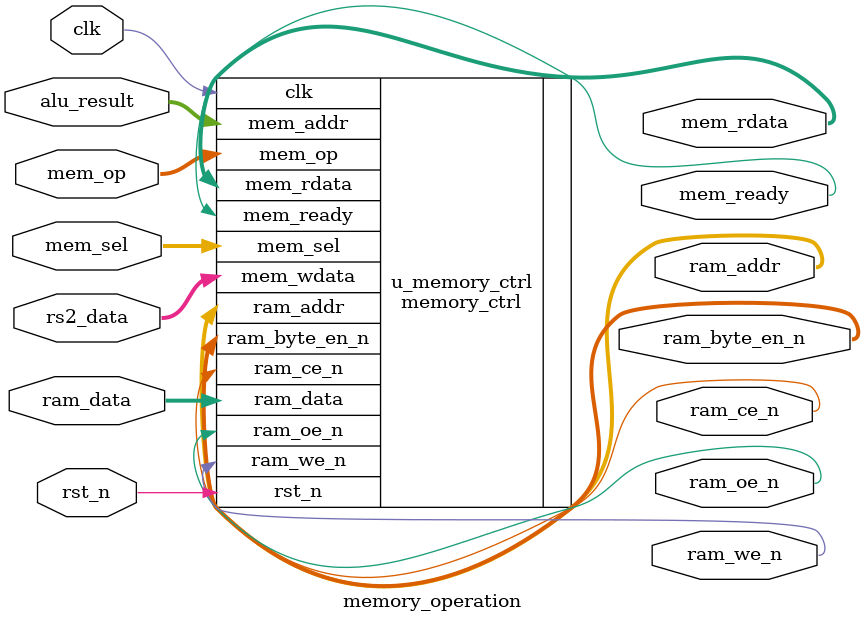
<source format=v>
module memory_operation(
        // * Clock Sync Signals Connection --------------------
        input wire clk,
        input wire rst_n,

        // * Internal Signals Connection --------------------
        // ----- Memory Controller -----
        input wire [1:0] mem_op,
        input wire [2:0] mem_sel,
        input wire [31:0] alu_result,
        input wire [31:0] rs2_data,
        output wire [31:0] mem_rdata,
        output wire mem_ready,
        // ----- Previous Stage Signals -----


        // * External Signals Connection --------------------
        output wire ram_ce_n,
        output wire ram_we_n,
        output wire ram_oe_n,
        output wire [3:0] ram_byte_en_n,
        output wire [31:0] ram_addr,
        inout wire [31:0] ram_data
    );

    memory_ctrl
        u_memory_ctrl(
            .mem_op        	(mem_op         ),
            .mem_sel       	(mem_sel        ),
            .mem_addr      	(alu_result     ),
            .mem_wdata     	(rs2_data       ),
            .mem_rdata     	(mem_rdata      ),
            .mem_ready     	(mem_ready      ),
            .ram_ce_n      	(ram_ce_n       ),
            .ram_we_n      	(ram_we_n       ),
            .ram_oe_n      	(ram_oe_n       ),
            .ram_byte_en_n 	(ram_byte_en_n  ),
            .ram_addr      	(ram_addr       ),
            .ram_data      	(ram_data       ),
            .clk           	(clk            ),
            .rst_n         	(rst_n          )
        );

endmodule

</source>
